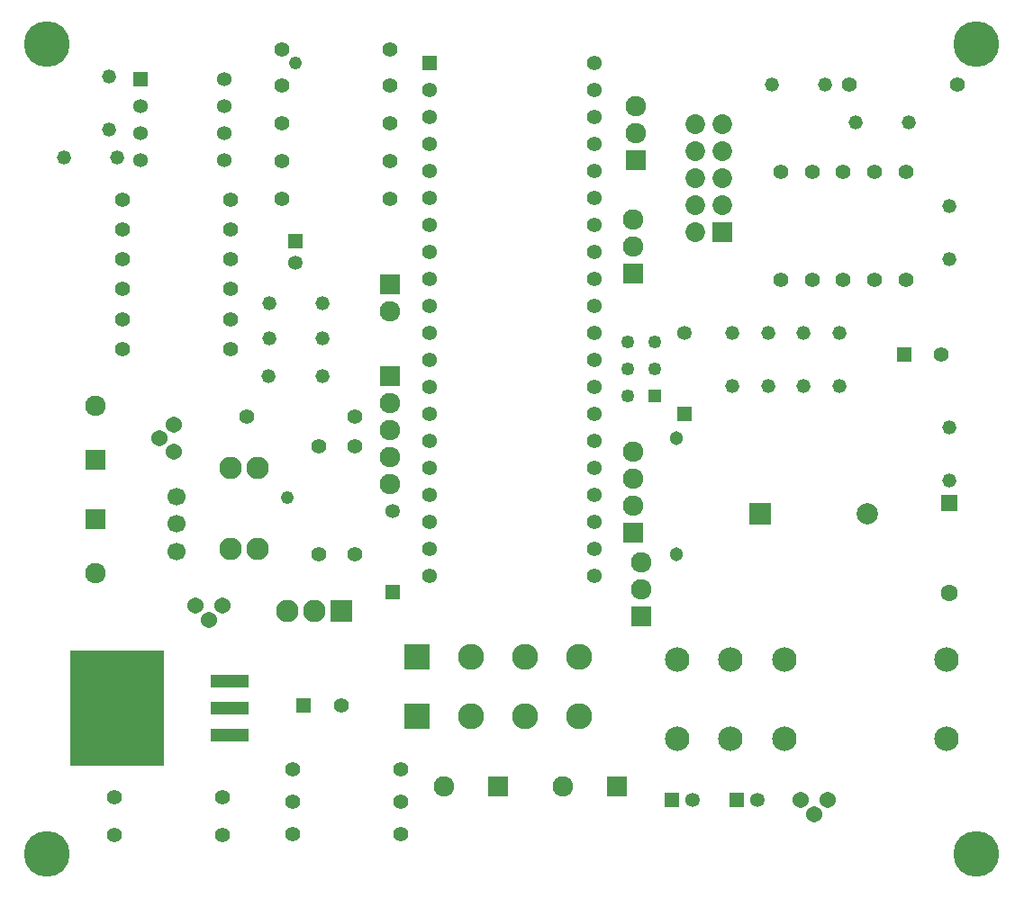
<source format=gts>
G04*
G04 #@! TF.GenerationSoftware,Altium Limited,Altium Designer,21.9.2 (33)*
G04*
G04 Layer_Color=8388736*
%FSLAX25Y25*%
%MOIN*%
G70*
G04*
G04 #@! TF.SameCoordinates,FCC0D48B-1CBD-4A19-82D4-69B650A40008*
G04*
G04*
G04 #@! TF.FilePolarity,Negative*
G04*
G01*
G75*
%ADD16R,0.34658X0.42926*%
%ADD17R,0.14186X0.04737*%
%ADD18C,0.09068*%
%ADD19C,0.06048*%
%ADD20C,0.16942*%
%ADD21C,0.08300*%
%ADD22C,0.05200*%
%ADD23C,0.08359*%
%ADD24R,0.08359X0.08359*%
%ADD25R,0.07591X0.07591*%
%ADD26C,0.07591*%
%ADD27R,0.07591X0.07591*%
%ADD28R,0.04934X0.04934*%
%ADD29C,0.04934*%
%ADD30C,0.06300*%
%ADD31R,0.06300X0.06300*%
%ADD32R,0.07887X0.07887*%
%ADD33C,0.07887*%
%ADD34C,0.07296*%
%ADD35R,0.07296X0.07296*%
%ADD36R,0.05328X0.05328*%
%ADD37C,0.05328*%
%ADD38C,0.05131*%
%ADD39C,0.05524*%
%ADD40R,0.05524X0.05524*%
%ADD41R,0.05328X0.05328*%
%ADD42R,0.09599X0.09599*%
%ADD43C,0.09599*%
%ADD44C,0.06678*%
%ADD45R,0.05461X0.05461*%
%ADD46C,0.05461*%
%ADD47C,0.05359*%
%ADD48R,0.05359X0.05359*%
%ADD49C,0.04800*%
D16*
X37823Y66000D02*
D03*
D17*
X79555Y76000D02*
D03*
Y66000D02*
D03*
Y56000D02*
D03*
D18*
X344921Y84000D02*
D03*
X284843D02*
D03*
X265000D02*
D03*
X245157D02*
D03*
Y54472D02*
D03*
X265000D02*
D03*
X284843D02*
D03*
X344921D02*
D03*
D19*
X301000Y32000D02*
D03*
X296000Y26685D02*
D03*
X291000Y32000D02*
D03*
X67000Y103963D02*
D03*
X72000Y98648D02*
D03*
X77000Y103963D02*
D03*
X58790Y161000D02*
D03*
X53475Y166000D02*
D03*
X58790Y171000D02*
D03*
D20*
X12000Y12000D02*
D03*
Y312000D02*
D03*
X356000D02*
D03*
Y12000D02*
D03*
D21*
X90000Y155000D02*
D03*
X80000D02*
D03*
Y125000D02*
D03*
X90000D02*
D03*
D22*
X94300Y216000D02*
D03*
X114000D02*
D03*
X94000Y189000D02*
D03*
X113700D02*
D03*
X94300Y202802D02*
D03*
X114000D02*
D03*
X291947Y185300D02*
D03*
Y205000D02*
D03*
X305167Y185300D02*
D03*
Y205000D02*
D03*
X278726Y185300D02*
D03*
Y205000D02*
D03*
X38000Y270000D02*
D03*
X18300D02*
D03*
X35000Y280300D02*
D03*
Y300000D02*
D03*
X265506Y185300D02*
D03*
Y205000D02*
D03*
X280300Y297000D02*
D03*
X300000D02*
D03*
X346000Y170000D02*
D03*
Y150300D02*
D03*
Y252000D02*
D03*
Y232300D02*
D03*
X331000Y283000D02*
D03*
X311300D02*
D03*
D23*
X101000Y102000D02*
D03*
X111000D02*
D03*
D24*
X121000D02*
D03*
D25*
X179000Y37000D02*
D03*
X223000D02*
D03*
D26*
X159000D02*
D03*
X203000D02*
D03*
X30000Y178000D02*
D03*
Y116000D02*
D03*
X139000Y179000D02*
D03*
Y169000D02*
D03*
Y159000D02*
D03*
Y149000D02*
D03*
X229000Y161000D02*
D03*
Y151000D02*
D03*
Y141000D02*
D03*
X232000Y110000D02*
D03*
Y120000D02*
D03*
X230000Y279000D02*
D03*
Y289000D02*
D03*
X229000Y237000D02*
D03*
Y247000D02*
D03*
X139000Y213000D02*
D03*
D27*
X30000Y158000D02*
D03*
Y136000D02*
D03*
X139000Y189000D02*
D03*
X229000Y131000D02*
D03*
X232000Y100000D02*
D03*
X230000Y269000D02*
D03*
X229000Y227000D02*
D03*
X139000Y223000D02*
D03*
D28*
X237000Y181706D02*
D03*
D29*
X227000D02*
D03*
X237000Y191706D02*
D03*
X227000D02*
D03*
X237000Y201706D02*
D03*
X227000D02*
D03*
D30*
X346000Y108488D02*
D03*
D31*
Y142000D02*
D03*
D32*
X276000Y138000D02*
D03*
D33*
X315370D02*
D03*
D34*
X252000Y282132D02*
D03*
X262000D02*
D03*
X252000Y272132D02*
D03*
X262000D02*
D03*
X252000Y262132D02*
D03*
X262000D02*
D03*
X252000Y252132D02*
D03*
X262000D02*
D03*
X252000Y242132D02*
D03*
D35*
X262000D02*
D03*
D36*
X140000Y109000D02*
D03*
X248000Y175000D02*
D03*
X104000Y238874D02*
D03*
D37*
X140000Y139000D02*
D03*
X248000Y205000D02*
D03*
X104000Y231000D02*
D03*
X275000Y32000D02*
D03*
X251000D02*
D03*
D38*
X245000Y166000D02*
D03*
Y123000D02*
D03*
D39*
X120780Y67000D02*
D03*
X343000Y197000D02*
D03*
X139000Y296486D02*
D03*
X99000D02*
D03*
X139000Y309889D02*
D03*
X99000D02*
D03*
X77000Y19000D02*
D03*
X37000D02*
D03*
X139000Y268486D02*
D03*
X99000D02*
D03*
Y254486D02*
D03*
X139000D02*
D03*
X143000Y31201D02*
D03*
X103000D02*
D03*
X143000Y43201D02*
D03*
X103000D02*
D03*
X139000Y282486D02*
D03*
X99000D02*
D03*
X40000Y254403D02*
D03*
X80000D02*
D03*
X143000Y19201D02*
D03*
X103000D02*
D03*
X40000Y210081D02*
D03*
X80000D02*
D03*
Y221161D02*
D03*
X40000D02*
D03*
Y243322D02*
D03*
X80000D02*
D03*
Y199000D02*
D03*
X40000D02*
D03*
X80000Y232242D02*
D03*
X40000D02*
D03*
X306590Y224500D02*
D03*
Y264500D02*
D03*
X77000Y33000D02*
D03*
X37000D02*
D03*
X112597Y163000D02*
D03*
Y123000D02*
D03*
X86000Y174000D02*
D03*
X126000D02*
D03*
Y123000D02*
D03*
Y163000D02*
D03*
X283500Y224500D02*
D03*
Y264500D02*
D03*
X295045Y224500D02*
D03*
Y264500D02*
D03*
X329680D02*
D03*
Y224500D02*
D03*
X318135Y264500D02*
D03*
Y224500D02*
D03*
X349000Y297000D02*
D03*
X309000D02*
D03*
D40*
X107000Y67000D02*
D03*
X329220Y197000D02*
D03*
D41*
X267126Y32000D02*
D03*
X243126D02*
D03*
D42*
X149000Y85000D02*
D03*
Y63000D02*
D03*
D43*
X169000Y85000D02*
D03*
X189000D02*
D03*
X209000D02*
D03*
X169000Y63000D02*
D03*
X189000D02*
D03*
X209000D02*
D03*
D44*
X60000Y123948D02*
D03*
Y134184D02*
D03*
Y144420D02*
D03*
D45*
X153626Y305000D02*
D03*
D46*
Y295000D02*
D03*
Y285000D02*
D03*
Y275000D02*
D03*
Y265000D02*
D03*
Y255000D02*
D03*
Y245000D02*
D03*
Y235000D02*
D03*
Y225000D02*
D03*
Y215000D02*
D03*
Y205000D02*
D03*
Y195000D02*
D03*
Y185000D02*
D03*
Y175000D02*
D03*
Y165000D02*
D03*
Y155000D02*
D03*
Y145000D02*
D03*
Y135000D02*
D03*
Y125000D02*
D03*
Y115000D02*
D03*
X214374D02*
D03*
Y125000D02*
D03*
Y135000D02*
D03*
Y145000D02*
D03*
Y155000D02*
D03*
Y165000D02*
D03*
Y175000D02*
D03*
Y185000D02*
D03*
Y195000D02*
D03*
Y205000D02*
D03*
Y215000D02*
D03*
Y225000D02*
D03*
Y235000D02*
D03*
Y245000D02*
D03*
Y255000D02*
D03*
Y265000D02*
D03*
Y275000D02*
D03*
Y285000D02*
D03*
Y295000D02*
D03*
Y305000D02*
D03*
D47*
X77374Y299000D02*
D03*
Y289000D02*
D03*
Y279000D02*
D03*
Y269000D02*
D03*
X46626D02*
D03*
Y279000D02*
D03*
Y289000D02*
D03*
D48*
Y299000D02*
D03*
D49*
X101000Y144000D02*
D03*
X103889Y305000D02*
D03*
M02*

</source>
